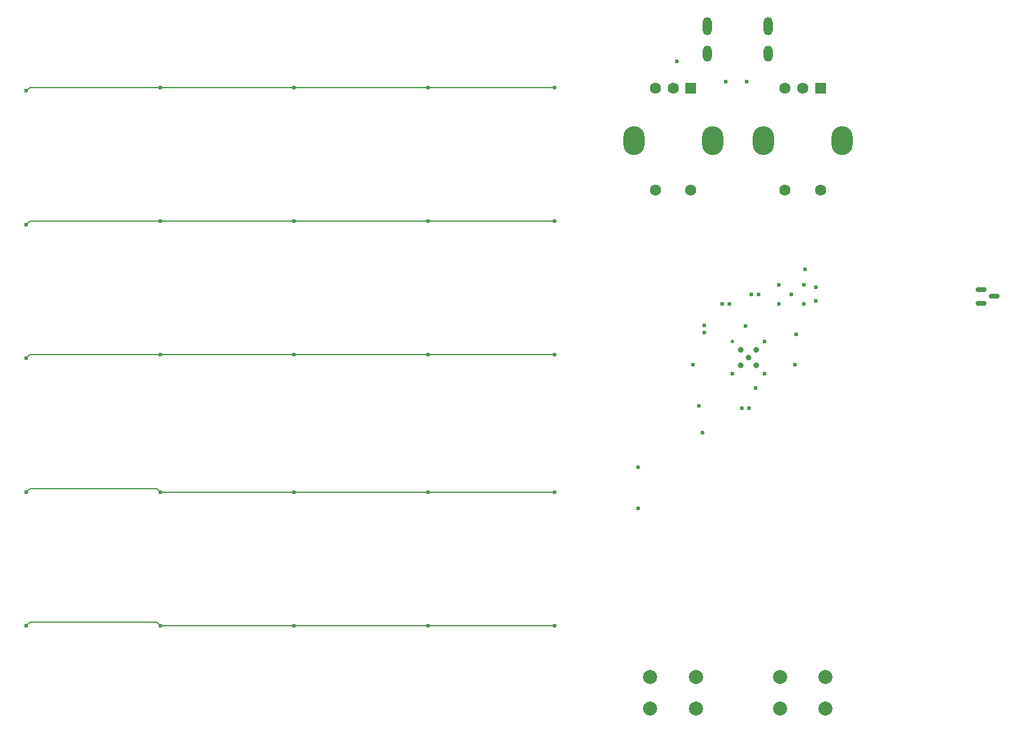
<source format=gbr>
%TF.GenerationSoftware,KiCad,Pcbnew,9.0.4*%
%TF.CreationDate,2025-09-26T23:39:01+02:00*%
%TF.ProjectId,ecad,65636164-2e6b-4696-9361-645f70636258,rev?*%
%TF.SameCoordinates,Original*%
%TF.FileFunction,Copper,L1,Top*%
%TF.FilePolarity,Positive*%
%FSLAX46Y46*%
G04 Gerber Fmt 4.6, Leading zero omitted, Abs format (unit mm)*
G04 Created by KiCad (PCBNEW 9.0.4) date 2025-09-26 23:39:01*
%MOMM*%
%LPD*%
G01*
G04 APERTURE LIST*
G04 Aperture macros list*
%AMRoundRect*
0 Rectangle with rounded corners*
0 $1 Rounding radius*
0 $2 $3 $4 $5 $6 $7 $8 $9 X,Y pos of 4 corners*
0 Add a 4 corners polygon primitive as box body*
4,1,4,$2,$3,$4,$5,$6,$7,$8,$9,$2,$3,0*
0 Add four circle primitives for the rounded corners*
1,1,$1+$1,$2,$3*
1,1,$1+$1,$4,$5*
1,1,$1+$1,$6,$7*
1,1,$1+$1,$8,$9*
0 Add four rect primitives between the rounded corners*
20,1,$1+$1,$2,$3,$4,$5,0*
20,1,$1+$1,$4,$5,$6,$7,0*
20,1,$1+$1,$6,$7,$8,$9,0*
20,1,$1+$1,$8,$9,$2,$3,0*%
G04 Aperture macros list end*
%TA.AperFunction,SMDPad,CuDef*%
%ADD10RoundRect,0.150000X-0.587500X-0.150000X0.587500X-0.150000X0.587500X0.150000X-0.587500X0.150000X0*%
%TD*%
%TA.AperFunction,ComponentPad*%
%ADD11RoundRect,0.250000X-0.550000X0.550000X-0.550000X-0.550000X0.550000X-0.550000X0.550000X0.550000X0*%
%TD*%
%TA.AperFunction,ComponentPad*%
%ADD12C,1.600000*%
%TD*%
%TA.AperFunction,ComponentPad*%
%ADD13O,3.000000X4.100000*%
%TD*%
%TA.AperFunction,ComponentPad*%
%ADD14C,2.000000*%
%TD*%
%TA.AperFunction,HeatsinkPad*%
%ADD15O,1.300000X2.600000*%
%TD*%
%TA.AperFunction,HeatsinkPad*%
%ADD16O,1.300000X2.300000*%
%TD*%
%TA.AperFunction,ViaPad*%
%ADD17C,0.600000*%
%TD*%
%TA.AperFunction,ViaPad*%
%ADD18C,0.500000*%
%TD*%
%TA.AperFunction,ViaPad*%
%ADD19C,0.800000*%
%TD*%
%TA.AperFunction,Conductor*%
%ADD20C,0.200000*%
%TD*%
G04 APERTURE END LIST*
D10*
%TO.P,Q1,1,B*%
%TO.N,unconnected-(Q1-B-Pad1)*%
X205225000Y-106850000D03*
%TO.P,Q1,2,E*%
%TO.N,unconnected-(Q1-E-Pad2)*%
X205225000Y-108750000D03*
%TO.P,Q1,3,C*%
%TO.N,unconnected-(Q1-C-Pad3)*%
X207100000Y-107800000D03*
%TD*%
D11*
%TO.P,SW11,A,A*%
%TO.N,Net-(U2-GPIO28)*%
X164000000Y-78200000D03*
D12*
%TO.P,SW11,B,B*%
%TO.N,Net-(U2-GPIO27)*%
X159000000Y-78200000D03*
%TO.P,SW11,C,C*%
%TO.N,GND*%
X161500000Y-78200000D03*
%TO.P,SW11,S1,S1*%
%TO.N,Net-(U2-GPIO29)*%
X164000000Y-92700000D03*
%TO.P,SW11,S2,S2*%
%TO.N,GND*%
X159000000Y-92700000D03*
D13*
%TO.P,SW11,SH*%
%TO.N,N/C*%
X167100000Y-85700000D03*
X155900000Y-85700000D03*
%TD*%
D14*
%TO.P,SW24,1,1*%
%TO.N,unconnected-(SW24-Pad1)*%
X176650000Y-161850000D03*
X183150000Y-161850000D03*
%TO.P,SW24,2,2*%
%TO.N,unconnected-(SW24-Pad2)*%
X176650000Y-166350000D03*
X183150000Y-166350000D03*
%TD*%
D11*
%TO.P,SW10,A,A*%
%TO.N,Net-(U2-GPIO1)*%
X182400000Y-78200000D03*
D12*
%TO.P,SW10,B,B*%
%TO.N,Net-(U2-GPIO0)*%
X177400000Y-78200000D03*
%TO.P,SW10,C,C*%
%TO.N,GND*%
X179900000Y-78200000D03*
%TO.P,SW10,S1,S1*%
%TO.N,Net-(U2-GPIO2)*%
X182400000Y-92700000D03*
%TO.P,SW10,S2,S2*%
%TO.N,GND*%
X177400000Y-92700000D03*
D13*
%TO.P,SW10,SH*%
%TO.N,N/C*%
X185500000Y-85700000D03*
X174300000Y-85700000D03*
%TD*%
D14*
%TO.P,SW25,1,1*%
%TO.N,unconnected-(SW25-Pad1)*%
X158250000Y-161850000D03*
X164750000Y-161850000D03*
%TO.P,SW25,2,2*%
%TO.N,unconnected-(SW25-Pad2)*%
X158250000Y-166350000D03*
X164750000Y-166350000D03*
%TD*%
D15*
%TO.P,J2,S1,SHIELD*%
%TO.N,GND*%
X166380000Y-69450000D03*
D16*
X166380000Y-73275000D03*
D15*
X175020000Y-69450000D03*
D16*
X175020000Y-73275000D03*
%TD*%
D17*
%TO.N,GND*%
X168500000Y-108900000D03*
X169500000Y-108900000D03*
X171950000Y-77250000D03*
X168950000Y-77250000D03*
X173200000Y-120800000D03*
%TO.N,+3.3V*%
X165210000Y-123360000D03*
%TO.N,GND*%
X165700000Y-127150000D03*
X156500000Y-137900000D03*
X156500000Y-132100000D03*
%TO.N,+3.3V*%
X171800000Y-112000000D03*
%TO.N,/Switches/R1*%
X144700000Y-78100000D03*
X126700000Y-78100000D03*
X107700000Y-78100000D03*
X88700000Y-78100000D03*
X69700000Y-78600000D03*
%TO.N,/Switches/R2*%
X144700000Y-97100000D03*
X126700000Y-97100000D03*
X107700000Y-97100000D03*
X88700000Y-97100000D03*
X69700000Y-97600000D03*
%TO.N,/Switches/R3*%
X144700000Y-116100000D03*
%TO.N,/Switches/R4*%
X144700000Y-135600000D03*
%TO.N,/Switches/R3*%
X69700000Y-116600000D03*
X88700000Y-116100000D03*
X107700000Y-116100000D03*
X126700000Y-116100000D03*
%TO.N,/Switches/R4*%
X126700000Y-135600000D03*
X107700000Y-135600000D03*
X88700000Y-135600000D03*
X69700000Y-135600000D03*
%TO.N,/Switches/R5*%
X144700000Y-154600000D03*
X126700000Y-154600000D03*
X107700000Y-154600000D03*
X88700000Y-154600000D03*
X69700000Y-154600000D03*
%TO.N,+3.3V*%
X169900000Y-118800000D03*
X174500000Y-114200000D03*
X181800000Y-108450000D03*
X180200000Y-103950000D03*
D18*
X169900000Y-114200000D03*
D17*
X174500000Y-118800000D03*
D19*
%TO.N,GND*%
X171100000Y-115400000D03*
D17*
X178300000Y-107500000D03*
X176500000Y-106150000D03*
X172600000Y-107500000D03*
X171300000Y-123700000D03*
X162000000Y-74400000D03*
X178300000Y-107500000D03*
X178300000Y-107500000D03*
X178300000Y-107500000D03*
X181800000Y-106500000D03*
X164300000Y-117500000D03*
X178300000Y-107500000D03*
X179000000Y-113200000D03*
X178300000Y-107500000D03*
X180100000Y-108850000D03*
X176500000Y-108850000D03*
X173600000Y-107500000D03*
X172300000Y-123700000D03*
X178800000Y-117500000D03*
X165900000Y-112900000D03*
X165900000Y-111900000D03*
X180100000Y-106150000D03*
D19*
X172200000Y-116500000D03*
X173300000Y-117600000D03*
X171100000Y-117600000D03*
X173300000Y-115400000D03*
%TD*%
D20*
%TO.N,/Switches/R1*%
X126700000Y-78100000D02*
X144700000Y-78100000D01*
X107700000Y-78100000D02*
X126700000Y-78100000D01*
X88700000Y-78100000D02*
X107700000Y-78100000D01*
X88700000Y-78100000D02*
X70200000Y-78100000D01*
X70200000Y-78100000D02*
X69700000Y-78600000D01*
%TO.N,/Switches/R2*%
X126700000Y-97100000D02*
X144700000Y-97100000D01*
X107700000Y-97100000D02*
X126700000Y-97100000D01*
X88700000Y-97100000D02*
X107700000Y-97100000D01*
X88700000Y-97100000D02*
X70200000Y-97100000D01*
X70200000Y-97100000D02*
X69700000Y-97600000D01*
%TO.N,/Switches/R5*%
X69700000Y-154600000D02*
X70200000Y-154100000D01*
X70200000Y-154100000D02*
X88200000Y-154100000D01*
X88200000Y-154100000D02*
X88700000Y-154600000D01*
%TO.N,/Switches/R4*%
X69700000Y-135600000D02*
X70200000Y-135100000D01*
X88200000Y-135100000D02*
X88700000Y-135600000D01*
X70200000Y-135100000D02*
X88200000Y-135100000D01*
%TO.N,/Switches/R3*%
X69700000Y-116600000D02*
X70200000Y-116100000D01*
X70200000Y-116100000D02*
X88700000Y-116100000D01*
X88700000Y-116100000D02*
X107700000Y-116100000D01*
X107700000Y-116100000D02*
X126700000Y-116100000D01*
X126700000Y-116100000D02*
X144700000Y-116100000D01*
%TO.N,/Switches/R4*%
X126700000Y-135600000D02*
X144700000Y-135600000D01*
X107700000Y-135600000D02*
X126700000Y-135600000D01*
X88700000Y-135600000D02*
X107700000Y-135600000D01*
%TO.N,/Switches/R5*%
X126700000Y-154600000D02*
X144700000Y-154600000D01*
X107700000Y-154600000D02*
X126700000Y-154600000D01*
X88700000Y-154600000D02*
X107700000Y-154600000D01*
%TD*%
M02*

</source>
